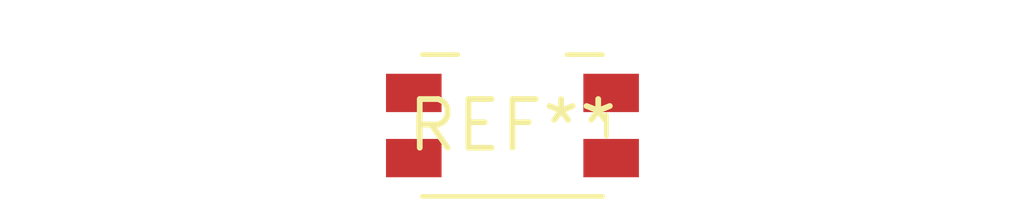
<source format=kicad_pcb>
(kicad_pcb (version 20240108) (generator pcbnew)
  (layers (0 "F.Cu" signal) (31 "B.Cu" signal) (34 "B.Paste" user) (35 "F.Paste" user) (36 "B.SilkS" user "B.Silkscreen") (37 "F.SilkS" user "F.Silkscreen") (38 "B.Mask" user) (39 "F.Mask" user) (44 "Edge.Cuts" user))
  (net 0 "")
  (footprint "Panasonic_EVQPUK_EVQPUB" (layer "F.Cu") (at 0 0)
    (property "Reference" "REF**")
    (property "Value" "Panasonic_EVQPUK_EVQPUB")
    (fp_line (start -2.45 0.275) (end -2.45 -0.275) (layer "F.SilkS") (stroke (width 0.12)))
    (fp_line (start -1.425 -1.85) (end -2.35 -1.85) (layer "F.SilkS") (stroke (width 0.12)))
    (fp_line (start 2.35 -1.85) (end 1.425 -1.85) (layer "F.SilkS") (stroke (width 0.12)))
    (fp_line (start 2.35 1.85) (end -2.35 1.85) (layer "F.SilkS") (stroke (width 0.12)))
    (fp_line (start 2.45 0.275) (end 2.45 -0.275) (layer "F.SilkS") (stroke (width 0.12)))
    (pad "1" smd rect (at -2.575 -0.85 180) (size 1.45 1) (layers "F.Cu" "F.Paste" "F.Mask"))
    (pad "1" smd rect (at 2.575 -0.85 180) (size 1.45 1) (layers "F.Cu" "F.Paste" "F.Mask"))
    (pad "2" smd rect (at -2.575 0.85 180) (size 1.45 1) (layers "F.Cu" "F.Paste" "F.Mask"))
    (pad "2" smd rect (at 2.575 0.85 180) (size 1.45 1) (layers "F.Cu" "F.Paste" "F.Mask"))
  )
)
</source>
